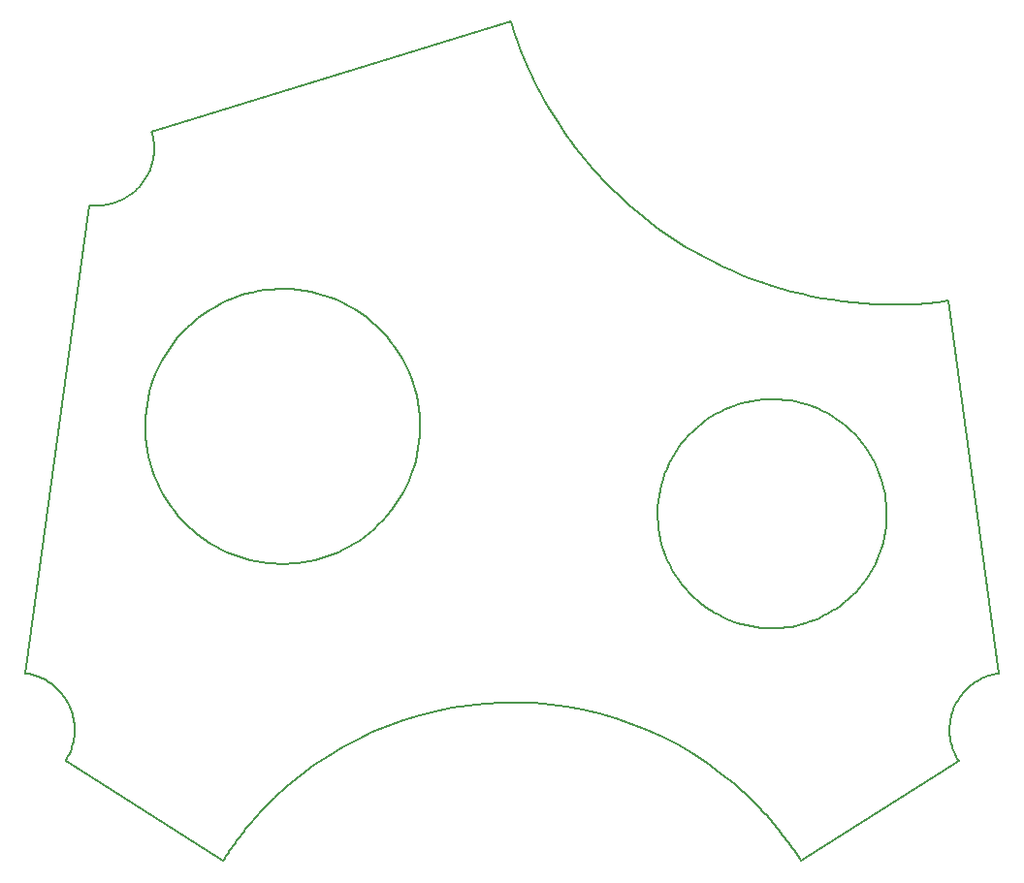
<source format=gm1>
G04 #@! TF.GenerationSoftware,KiCad,Pcbnew,5.0.2+dfsg1-1*
G04 #@! TF.CreationDate,2021-09-10T13:15:43+02:00*
G04 #@! TF.ProjectId,facet_v1,66616365-745f-4763-912e-6b696361645f,rev?*
G04 #@! TF.SameCoordinates,Original*
G04 #@! TF.FileFunction,Profile,NP*
%FSLAX46Y46*%
G04 Gerber Fmt 4.6, Leading zero omitted, Abs format (unit mm)*
G04 Created by KiCad (PCBNEW 5.0.2+dfsg1-1) date Fri 10 Sep 2021 01:15:43 PM CEST*
%MOMM*%
%LPD*%
G01*
G04 APERTURE LIST*
%ADD10C,0.141421*%
G04 APERTURE END LIST*
D10*
X18006725Y-9922544D02*
X17610614Y-9700175D01*
X18409102Y-10125234D02*
X18006725Y-9922544D01*
X18817123Y-10308350D02*
X18409102Y-10125234D01*
X19230170Y-10471994D02*
X18817123Y-10308350D01*
X19647621Y-10616273D02*
X19230170Y-10471994D01*
X20068857Y-10741288D02*
X19647621Y-10616273D01*
X20493259Y-10847144D02*
X20068857Y-10741288D01*
X20920204Y-10933946D02*
X20493259Y-10847144D01*
X21349074Y-11001796D02*
X20920204Y-10933946D01*
X21779249Y-11050799D02*
X21349074Y-11001796D01*
X22210108Y-11081059D02*
X21779249Y-11050799D01*
X22641031Y-11092679D02*
X22210108Y-11081059D01*
X23071399Y-11085764D02*
X22641031Y-11092679D01*
X23500590Y-11060418D02*
X23071399Y-11085764D01*
X23927985Y-11016743D02*
X23500590Y-11060418D01*
X24352965Y-10954845D02*
X23927985Y-11016743D01*
X24774907Y-10874827D02*
X24352965Y-10954845D01*
X25193194Y-10776793D02*
X24774907Y-10874827D01*
X25607204Y-10660847D02*
X25193194Y-10776793D01*
X26016317Y-10527093D02*
X25607204Y-10660847D01*
X26419914Y-10375635D02*
X26016317Y-10527093D01*
X26817374Y-10206577D02*
X26419914Y-10375635D01*
X27208077Y-10020022D02*
X26817374Y-10206577D01*
X27591403Y-9816074D02*
X27208077Y-10020022D01*
X27966732Y-9594838D02*
X27591403Y-9816074D01*
X28333444Y-9356418D02*
X27966732Y-9594838D01*
X28690918Y-9100916D02*
X28333444Y-9356418D01*
X29038536Y-8828438D02*
X28690918Y-9100916D01*
X29375675Y-8539087D02*
X29038536Y-8828438D01*
X29701717Y-8232967D02*
X29375675Y-8539087D01*
X30016041Y-7910182D02*
X29701717Y-8232967D01*
X30318028Y-7570835D02*
X30016041Y-7910182D01*
X30641524Y-7170394D02*
X30318028Y-7570835D01*
X30941136Y-6758509D02*
X30641524Y-7170394D01*
X31216936Y-6336066D02*
X30941136Y-6758509D01*
X31468997Y-5903952D02*
X31216936Y-6336066D01*
X31697389Y-5463051D02*
X31468997Y-5903952D01*
X31902184Y-5014250D02*
X31697389Y-5463051D01*
X32083453Y-4558434D02*
X31902184Y-5014250D01*
X32241269Y-4096490D02*
X32083453Y-4558434D01*
X32375703Y-3629303D02*
X32241269Y-4096490D01*
X32486826Y-3157759D02*
X32375703Y-3629303D01*
X32574710Y-2682743D02*
X32486826Y-3157759D01*
X32639426Y-2205141D02*
X32574710Y-2682743D01*
X32681047Y-1725840D02*
X32639426Y-2205141D01*
X32699643Y-1245725D02*
X32681047Y-1725840D01*
X32695287Y-765681D02*
X32699643Y-1245725D01*
X32668050Y-286595D02*
X32695287Y-765681D01*
X32618003Y190648D02*
X32668050Y-286595D01*
X32545218Y665161D02*
X32618003Y190648D01*
X32449767Y1136060D02*
X32545218Y665161D01*
X32331721Y1602458D02*
X32449767Y1136060D01*
X32191151Y2063470D02*
X32331721Y1602458D01*
X32028131Y2518209D02*
X32191151Y2063470D01*
X31842730Y2965790D02*
X32028131Y2518209D01*
X31635021Y3405328D02*
X31842730Y2965790D01*
X31405075Y3835936D02*
X31635021Y3405328D01*
X31152963Y4256728D02*
X31405075Y3835936D01*
X30878758Y4666820D02*
X31152963Y4256728D01*
X30582531Y5065324D02*
X30878758Y4666820D01*
X30264353Y5451355D02*
X30582531Y5065324D01*
X29924297Y5824029D02*
X30264353Y5451355D01*
X29562433Y6182457D02*
X29924297Y5824029D01*
X29178833Y6525756D02*
X29562433Y6182457D01*
X28778392Y6849218D02*
X29178833Y6525756D01*
X28366509Y7148799D02*
X28778392Y6849218D01*
X27944070Y7424569D02*
X28366509Y7148799D01*
X27511961Y7676601D02*
X27944070Y7424569D01*
X27071067Y7904965D02*
X27511961Y7676601D01*
X26622275Y8109735D02*
X27071067Y7904965D01*
X26166469Y8290980D02*
X26622275Y8109735D01*
X25704536Y8448773D02*
X26166469Y8290980D01*
X25237361Y8583186D02*
X25704536Y8448773D01*
X24765830Y8694289D02*
X25237361Y8583186D01*
X24290828Y8782155D02*
X24765830Y8694289D01*
X23813242Y8846855D02*
X24290828Y8782155D01*
X23333956Y8888461D02*
X23813242Y8846855D01*
X22853857Y8907044D02*
X23333956Y8888461D01*
X22373831Y8902676D02*
X22853857Y8907044D01*
X21894762Y8875429D02*
X22373831Y8902676D01*
X21417537Y8825373D02*
X21894762Y8875429D01*
X20943042Y8752582D02*
X21417537Y8825373D01*
X20472162Y8657126D02*
X20943042Y8752582D01*
X20005782Y8539076D02*
X20472162Y8657126D01*
X19544789Y8398505D02*
X20005782Y8539076D01*
X19090068Y8235485D02*
X19544789Y8398505D01*
X18642505Y8050085D02*
X19090068Y8235485D01*
X18202985Y7842380D02*
X18642505Y8050085D01*
X17772395Y7612439D02*
X18202985Y7842380D01*
X17351619Y7360334D02*
X17772395Y7612439D01*
X16941544Y7086138D02*
X17351619Y7360334D01*
X16543055Y6789921D02*
X16941544Y7086138D01*
X16157039Y6471756D02*
X16543055Y6789921D01*
X15784380Y6131713D02*
X16157039Y6471756D01*
X15425964Y5769865D02*
X15784380Y6131713D01*
X15082677Y5386283D02*
X15425964Y5769865D01*
X14759221Y4985856D02*
X15082677Y5386283D01*
X14459646Y4573989D02*
X14759221Y4985856D01*
X14183879Y4151565D02*
X14459646Y4573989D01*
X13931849Y3719472D02*
X14183879Y4151565D01*
X13703485Y3278594D02*
X13931849Y3719472D01*
X13498715Y2829817D02*
X13703485Y3278594D01*
X13317467Y2374027D02*
X13498715Y2829817D01*
X13159669Y1912109D02*
X13317467Y2374027D01*
X13025251Y1444949D02*
X13159669Y1912109D01*
X12914141Y973433D02*
X13025251Y1444949D01*
X12826267Y498447D02*
X12914141Y973433D01*
X12761557Y20875D02*
X12826267Y498447D01*
X12719941Y-458397D02*
X12761557Y20875D01*
X12701345Y-938482D02*
X12719941Y-458397D01*
X12705700Y-1418496D02*
X12701345Y-938482D01*
X12732933Y-1897552D02*
X12705700Y-1418496D01*
X12782973Y-2374766D02*
X12732933Y-1897552D01*
X12855748Y-2849251D02*
X12782973Y-2374766D01*
X12951186Y-3320121D02*
X12855748Y-2849251D01*
X13069217Y-3786492D02*
X12951186Y-3320121D01*
X13209768Y-4247478D02*
X13069217Y-3786492D01*
X13372768Y-4702192D02*
X13209768Y-4247478D01*
X13558145Y-5149750D02*
X13372768Y-4702192D01*
X13765828Y-5589266D02*
X13558145Y-5149750D01*
X13995745Y-6019854D02*
X13765828Y-5589266D01*
X14247825Y-6440628D02*
X13995745Y-6019854D01*
X14521996Y-6850703D02*
X14247825Y-6440628D01*
X14818187Y-7249194D02*
X14521996Y-6850703D01*
X15136326Y-7635214D02*
X14818187Y-7249194D01*
X15476341Y-8007879D02*
X15136326Y-7635214D01*
X15838161Y-8366301D02*
X15476341Y-8007879D01*
X16221714Y-8709597D02*
X15838161Y-8366301D01*
X16262480Y-8744098D02*
X16221714Y-8709597D01*
X16303425Y-8778377D02*
X16262480Y-8744098D01*
X16344549Y-8812433D02*
X16303425Y-8778377D01*
X16385851Y-8846266D02*
X16344549Y-8812433D01*
X16427330Y-8879874D02*
X16385851Y-8846266D01*
X16468984Y-8913257D02*
X16427330Y-8879874D01*
X16510813Y-8946414D02*
X16468984Y-8913257D01*
X16552817Y-8979345D02*
X16510813Y-8946414D01*
X16594993Y-9012050D02*
X16552817Y-8979345D01*
X16637341Y-9044527D02*
X16594993Y-9012050D01*
X16679860Y-9076776D02*
X16637341Y-9044527D01*
X16722549Y-9108796D02*
X16679860Y-9076776D01*
X16765408Y-9140587D02*
X16722549Y-9108796D01*
X16808435Y-9172147D02*
X16765408Y-9140587D01*
X16851629Y-9203477D02*
X16808435Y-9172147D01*
X16894990Y-9234576D02*
X16851629Y-9203477D01*
X16938516Y-9265443D02*
X16894990Y-9234576D01*
X16982206Y-9296077D02*
X16938516Y-9265443D01*
X17026060Y-9326478D02*
X16982206Y-9296077D01*
X17070077Y-9356645D02*
X17026060Y-9326478D01*
X17114255Y-9386577D02*
X17070077Y-9356645D01*
X17158594Y-9416275D02*
X17114255Y-9386577D01*
X17203092Y-9445736D02*
X17158594Y-9416275D01*
X17247750Y-9474961D02*
X17203092Y-9445736D01*
X17292565Y-9503949D02*
X17247750Y-9474961D01*
X17337538Y-9532700D02*
X17292565Y-9503949D01*
X17382666Y-9561212D02*
X17337538Y-9532700D01*
X17427949Y-9589485D02*
X17382666Y-9561212D01*
X17473387Y-9617519D02*
X17427949Y-9589485D01*
X17518977Y-9645312D02*
X17473387Y-9617519D01*
X17564720Y-9672864D02*
X17518977Y-9645312D01*
X17610614Y-9700175D02*
X17564720Y-9672864D01*
X-25860386Y-3956243D02*
X-26329821Y-3680939D01*
X-25382210Y-4208217D02*
X-25860386Y-3956243D01*
X-24896082Y-4436926D02*
X-25382210Y-4208217D01*
X-24402794Y-4642433D02*
X-24896082Y-4436926D01*
X-23903137Y-4824801D02*
X-24402794Y-4642433D01*
X-23397902Y-4984096D02*
X-23903137Y-4824801D01*
X-22887881Y-5120381D02*
X-23397902Y-4984096D01*
X-22373865Y-5233719D02*
X-22887881Y-5120381D01*
X-21856644Y-5324174D02*
X-22373865Y-5233719D01*
X-21337011Y-5391811D02*
X-21856644Y-5324174D01*
X-20815755Y-5436694D02*
X-21337011Y-5391811D01*
X-20293669Y-5458885D02*
X-20815755Y-5436694D01*
X-19771543Y-5458449D02*
X-20293669Y-5458885D01*
X-19250169Y-5435450D02*
X-19771543Y-5458449D01*
X-18730338Y-5389952D02*
X-19250169Y-5435450D01*
X-18212840Y-5322018D02*
X-18730338Y-5389952D01*
X-17698468Y-5231713D02*
X-18212840Y-5322018D01*
X-17188012Y-5119099D02*
X-17698468Y-5231713D01*
X-16682263Y-4984242D02*
X-17188012Y-5119099D01*
X-16182012Y-4827205D02*
X-16682263Y-4984242D01*
X-15688052Y-4648052D02*
X-16182012Y-4827205D01*
X-15201172Y-4446847D02*
X-15688052Y-4648052D01*
X-14722164Y-4223653D02*
X-15201172Y-4446847D01*
X-14251820Y-3978534D02*
X-14722164Y-4223653D01*
X-13790930Y-3711555D02*
X-14251820Y-3978534D01*
X-13340285Y-3422779D02*
X-13790930Y-3711555D01*
X-12900677Y-3112270D02*
X-13340285Y-3422779D01*
X-12472897Y-2780092D02*
X-12900677Y-3112270D01*
X-12057735Y-2426308D02*
X-12472897Y-2780092D01*
X-11655984Y-2050983D02*
X-12057735Y-2426308D01*
X-11268434Y-1654181D02*
X-11655984Y-2050983D01*
X-10895877Y-1235965D02*
X-11268434Y-1654181D01*
X-10507693Y-755431D02*
X-10895877Y-1235965D01*
X-10148171Y-261167D02*
X-10507693Y-755431D01*
X-9817223Y245766D02*
X-10148171Y-261167D01*
X-9514763Y764303D02*
X-9817223Y245766D01*
X-9240707Y1293383D02*
X-9514763Y764303D01*
X-8994967Y1831941D02*
X-9240707Y1293383D01*
X-8777459Y2378916D02*
X-8994967Y1831941D01*
X-8588095Y2933245D02*
X-8777459Y2378916D01*
X-8426790Y3493864D02*
X-8588095Y2933245D01*
X-8293459Y4059711D02*
X-8426790Y3493864D01*
X-8188014Y4629722D02*
X-8293459Y4059711D01*
X-8110370Y5202836D02*
X-8188014Y4629722D01*
X-8060441Y5777989D02*
X-8110370Y5202836D01*
X-8038142Y6354118D02*
X-8060441Y5777989D01*
X-8043385Y6930160D02*
X-8038142Y6354118D01*
X-8076086Y7505053D02*
X-8043385Y6930160D01*
X-8136157Y8077734D02*
X-8076086Y7505053D01*
X-8223514Y8647139D02*
X-8136157Y8077734D01*
X-8338070Y9212207D02*
X-8223514Y8647139D01*
X-8479739Y9771873D02*
X-8338070Y9212207D01*
X-8648436Y10325075D02*
X-8479739Y9771873D01*
X-8844074Y10870751D02*
X-8648436Y10325075D01*
X-9066567Y11407837D02*
X-8844074Y10870751D01*
X-9315829Y11935271D02*
X-9066567Y11407837D01*
X-9591775Y12451990D02*
X-9315829Y11935271D01*
X-9894318Y12956930D02*
X-9591775Y12451990D01*
X-10223373Y13449029D02*
X-9894318Y12956930D01*
X-10578852Y13927224D02*
X-10223373Y13449029D01*
X-10960672Y14390453D02*
X-10578852Y13927224D01*
X-11368745Y14837652D02*
X-10960672Y14390453D01*
X-11802985Y15267758D02*
X-11368745Y14837652D01*
X-12263307Y15679709D02*
X-11802985Y15267758D01*
X-12743842Y16067894D02*
X-12263307Y15679709D01*
X-13238110Y16427419D02*
X-12743842Y16067894D01*
X-13745048Y16758371D02*
X-13238110Y16427419D01*
X-14263594Y17060835D02*
X-13745048Y16758371D01*
X-14792683Y17334898D02*
X-14263594Y17060835D01*
X-15331253Y17580645D02*
X-14792683Y17334898D01*
X-15878241Y17798162D02*
X-15331253Y17580645D01*
X-16432584Y17987535D02*
X-15878241Y17798162D01*
X-16993219Y18148850D02*
X-16432584Y17987535D01*
X-17559083Y18282193D02*
X-16993219Y18148850D01*
X-18129113Y18387649D02*
X-17559083Y18282193D01*
X-18702245Y18465305D02*
X-18129113Y18387649D01*
X-19277418Y18515246D02*
X-18702245Y18465305D01*
X-19853567Y18537558D02*
X-19277418Y18515246D01*
X-20429630Y18532328D02*
X-19853567Y18537558D01*
X-21004543Y18499640D02*
X-20429630Y18532328D01*
X-21577244Y18439582D02*
X-21004543Y18499640D01*
X-22146670Y18352238D02*
X-21577244Y18439582D01*
X-22711757Y18237694D02*
X-22146670Y18352238D01*
X-23271443Y18096037D02*
X-22711757Y18237694D01*
X-23824665Y17927353D02*
X-23271443Y18096037D01*
X-24370359Y17731726D02*
X-23824665Y17927353D01*
X-24907462Y17509244D02*
X-24370359Y17731726D01*
X-25434912Y17259992D02*
X-24907462Y17509244D01*
X-25951646Y16984055D02*
X-25434912Y17259992D01*
X-26456599Y16681521D02*
X-25951646Y16984055D01*
X-26948711Y16352473D02*
X-26456599Y16681521D01*
X-27426916Y15997000D02*
X-26948711Y16352473D01*
X-27890153Y15615185D02*
X-27426916Y15997000D01*
X-28337358Y15207116D02*
X-27890153Y15615185D01*
X-28767468Y14772878D02*
X-28337358Y15207116D01*
X-29179421Y14312557D02*
X-28767468Y14772878D01*
X-29567541Y13832020D02*
X-29179421Y14312557D01*
X-29927004Y13337756D02*
X-29567541Y13832020D01*
X-30257894Y12830828D02*
X-29927004Y13337756D01*
X-30560299Y12312298D02*
X-30257894Y12830828D01*
X-30834304Y11783230D02*
X-30560299Y12312298D01*
X-31079996Y11244686D02*
X-30834304Y11783230D01*
X-31297459Y10697729D02*
X-31079996Y11244686D01*
X-31486780Y10143421D02*
X-31297459Y10697729D01*
X-31648046Y9582825D02*
X-31486780Y10143421D01*
X-31781341Y9017004D02*
X-31648046Y9582825D01*
X-31886753Y8447020D02*
X-31781341Y9017004D01*
X-31964366Y7873936D02*
X-31886753Y8447020D01*
X-32014267Y7298815D02*
X-31964366Y7873936D01*
X-32036542Y6722719D02*
X-32014267Y7298815D01*
X-32031277Y6146711D02*
X-32036542Y6722719D01*
X-31998558Y5571854D02*
X-32031277Y6146711D01*
X-31938471Y4999209D02*
X-31998558Y5571854D01*
X-31851101Y4429841D02*
X-31938471Y4999209D01*
X-31736535Y3864812D02*
X-31851101Y4429841D01*
X-31594858Y3305183D02*
X-31736535Y3864812D01*
X-31426158Y2752019D02*
X-31594858Y3305183D01*
X-31230519Y2206381D02*
X-31426158Y2752019D01*
X-31008027Y1669333D02*
X-31230519Y2206381D01*
X-30758769Y1141936D02*
X-31008027Y1669333D01*
X-30482831Y625254D02*
X-30758769Y1141936D01*
X-30180298Y120349D02*
X-30482831Y625254D01*
X-29851256Y-371716D02*
X-30180298Y120349D01*
X-29495792Y-849878D02*
X-29851256Y-371716D01*
X-29113991Y-1313075D02*
X-29495792Y-849878D01*
X-28705940Y-1760245D02*
X-29113991Y-1313075D01*
X-28271724Y-2190323D02*
X-28705940Y-1760245D01*
X-27811429Y-2602249D02*
X-28271724Y-2190323D01*
X-27766994Y-2639859D02*
X-27811429Y-2602249D01*
X-27722430Y-2677216D02*
X-27766994Y-2639859D01*
X-27677737Y-2714322D02*
X-27722430Y-2677216D01*
X-27632918Y-2751175D02*
X-27677737Y-2714322D01*
X-27587972Y-2787777D02*
X-27632918Y-2751175D01*
X-27542900Y-2824126D02*
X-27587972Y-2787777D01*
X-27497704Y-2860224D02*
X-27542900Y-2824126D01*
X-27452384Y-2896070D02*
X-27497704Y-2860224D01*
X-27406942Y-2931665D02*
X-27452384Y-2896070D01*
X-27361377Y-2967007D02*
X-27406942Y-2931665D01*
X-27315691Y-3002098D02*
X-27361377Y-2967007D01*
X-27269884Y-3036937D02*
X-27315691Y-3002098D01*
X-27223958Y-3071525D02*
X-27269884Y-3036937D01*
X-27177914Y-3105861D02*
X-27223958Y-3071525D01*
X-27131751Y-3139946D02*
X-27177914Y-3105861D01*
X-27085472Y-3173779D02*
X-27131751Y-3139946D01*
X-27039077Y-3207360D02*
X-27085472Y-3173779D01*
X-26992567Y-3240691D02*
X-27039077Y-3207360D01*
X-26945943Y-3273769D02*
X-26992567Y-3240691D01*
X-26899205Y-3306597D02*
X-26945943Y-3273769D01*
X-26852354Y-3339173D02*
X-26899205Y-3306597D01*
X-26805392Y-3371498D02*
X-26852354Y-3339173D01*
X-26758319Y-3403572D02*
X-26805392Y-3371498D01*
X-26711137Y-3435395D02*
X-26758319Y-3403572D01*
X-26663845Y-3466966D02*
X-26711137Y-3435395D01*
X-26616445Y-3498287D02*
X-26663845Y-3466966D01*
X-26568937Y-3529356D02*
X-26616445Y-3498287D01*
X-26521324Y-3560175D02*
X-26568937Y-3529356D01*
X-26473604Y-3590742D02*
X-26521324Y-3560175D01*
X-26425780Y-3621059D02*
X-26473604Y-3590742D01*
X-26377852Y-3651124D02*
X-26425780Y-3621059D01*
X-26329821Y-3680939D02*
X-26377852Y-3651124D01*
X-38983242Y-22655249D02*
X-25247976Y-31438372D01*
X-38862223Y-22456064D02*
X-38983242Y-22655249D01*
X-38751465Y-22253286D02*
X-38862223Y-22456064D01*
X-38650916Y-22047249D02*
X-38751465Y-22253286D01*
X-38560527Y-21838289D02*
X-38650916Y-22047249D01*
X-38480249Y-21626738D02*
X-38560527Y-21838289D01*
X-38410031Y-21412931D02*
X-38480249Y-21626738D01*
X-38349824Y-21197201D02*
X-38410031Y-21412931D01*
X-38299578Y-20979884D02*
X-38349824Y-21197201D01*
X-38259242Y-20761312D02*
X-38299578Y-20979884D01*
X-38228767Y-20541820D02*
X-38259242Y-20761312D01*
X-38208104Y-20321742D02*
X-38228767Y-20541820D01*
X-38197202Y-20101412D02*
X-38208104Y-20321742D01*
X-38196011Y-19881164D02*
X-38197202Y-20101412D01*
X-38204482Y-19661332D02*
X-38196011Y-19881164D01*
X-38222565Y-19442250D02*
X-38204482Y-19661332D01*
X-38250210Y-19224252D02*
X-38222565Y-19442250D01*
X-38287367Y-19007673D02*
X-38250210Y-19224252D01*
X-38333986Y-18792845D02*
X-38287367Y-19007673D01*
X-38390017Y-18580104D02*
X-38333986Y-18792845D01*
X-38455411Y-18369782D02*
X-38390017Y-18580104D01*
X-38530118Y-18162215D02*
X-38455411Y-18369782D01*
X-38614087Y-17957737D02*
X-38530118Y-18162215D01*
X-38707270Y-17756680D02*
X-38614087Y-17957737D01*
X-38809616Y-17559381D02*
X-38707270Y-17756680D01*
X-38921074Y-17366171D02*
X-38809616Y-17559381D01*
X-39041597Y-17177386D02*
X-38921074Y-17366171D01*
X-39171133Y-16993359D02*
X-39041597Y-17177386D01*
X-39309632Y-16814425D02*
X-39171133Y-16993359D01*
X-39457046Y-16640917D02*
X-39309632Y-16814425D01*
X-39613323Y-16473170D02*
X-39457046Y-16640917D01*
X-39778415Y-16311518D02*
X-39613323Y-16473170D01*
X-39952271Y-16156294D02*
X-39778415Y-16311518D01*
X-40020978Y-16099140D02*
X-39952271Y-16156294D01*
X-40090609Y-16043291D02*
X-40020978Y-16099140D01*
X-40161146Y-15988755D02*
X-40090609Y-16043291D01*
X-40232567Y-15935541D02*
X-40161146Y-15988755D01*
X-40304856Y-15883657D02*
X-40232567Y-15935541D01*
X-40377992Y-15833111D02*
X-40304856Y-15883657D01*
X-40451957Y-15783913D02*
X-40377992Y-15833111D01*
X-40526730Y-15736071D02*
X-40451957Y-15783913D01*
X-40602294Y-15689592D02*
X-40526730Y-15736071D01*
X-40678629Y-15644487D02*
X-40602294Y-15689592D01*
X-40755716Y-15600762D02*
X-40678629Y-15644487D01*
X-40833535Y-15558427D02*
X-40755716Y-15600762D01*
X-40912068Y-15517491D02*
X-40833535Y-15558427D01*
X-40991296Y-15477961D02*
X-40912068Y-15517491D01*
X-41071199Y-15439846D02*
X-40991296Y-15477961D01*
X-41151758Y-15403155D02*
X-41071199Y-15439846D01*
X-41232954Y-15367896D02*
X-41151758Y-15403155D01*
X-41314768Y-15334078D02*
X-41232954Y-15367896D01*
X-41397181Y-15301709D02*
X-41314768Y-15334078D01*
X-41480173Y-15270797D02*
X-41397181Y-15301709D01*
X-41563726Y-15241352D02*
X-41480173Y-15270797D01*
X-41647821Y-15213381D02*
X-41563726Y-15241352D01*
X-41732438Y-15186893D02*
X-41647821Y-15213381D01*
X-41817557Y-15161897D02*
X-41732438Y-15186893D01*
X-41903161Y-15138401D02*
X-41817557Y-15161897D01*
X-41989230Y-15116414D02*
X-41903161Y-15138401D01*
X-42075744Y-15095944D02*
X-41989230Y-15116414D01*
X-42162685Y-15076999D02*
X-42075744Y-15095944D01*
X-42250034Y-15059589D02*
X-42162685Y-15076999D01*
X-42337771Y-15043721D02*
X-42250034Y-15059589D01*
X-42425877Y-15029404D02*
X-42337771Y-15043721D01*
X-42514333Y-15016647D02*
X-42425877Y-15029404D01*
X-36924094Y25877857D02*
X-42514333Y-15016647D01*
X-36765773Y25858682D02*
X-36924094Y25877857D01*
X-36607549Y25844601D02*
X-36765773Y25858682D01*
X-36449528Y25835572D02*
X-36607549Y25844601D01*
X-36291818Y25831555D02*
X-36449528Y25835572D01*
X-36134527Y25832510D02*
X-36291818Y25831555D01*
X-35977761Y25838394D02*
X-36134527Y25832510D01*
X-35821630Y25849167D02*
X-35977761Y25838394D01*
X-35666239Y25864789D02*
X-35821630Y25849167D01*
X-35511696Y25885218D02*
X-35666239Y25864789D01*
X-35358110Y25910414D02*
X-35511696Y25885218D01*
X-35205587Y25940335D02*
X-35358110Y25910414D01*
X-35054234Y25974941D02*
X-35205587Y25940335D01*
X-34904160Y26014190D02*
X-35054234Y25974941D01*
X-34755472Y26058043D02*
X-34904160Y26014190D01*
X-34608277Y26106458D02*
X-34755472Y26058043D01*
X-34462683Y26159394D02*
X-34608277Y26106458D01*
X-34318797Y26216810D02*
X-34462683Y26159394D01*
X-34176727Y26278665D02*
X-34318797Y26216810D01*
X-34036581Y26344919D02*
X-34176727Y26278665D01*
X-33898464Y26415531D02*
X-34036581Y26344919D01*
X-33762486Y26490459D02*
X-33898464Y26415531D01*
X-33628754Y26569663D02*
X-33762486Y26490459D01*
X-33497375Y26653102D02*
X-33628754Y26569663D01*
X-33368456Y26740735D02*
X-33497375Y26653102D01*
X-33242106Y26832521D02*
X-33368456Y26740735D01*
X-33118431Y26928419D02*
X-33242106Y26832521D01*
X-32997539Y27028389D02*
X-33118431Y26928419D01*
X-32879538Y27132389D02*
X-32997539Y27028389D01*
X-32764534Y27240378D02*
X-32879538Y27132389D01*
X-32652636Y27352317D02*
X-32764534Y27240378D01*
X-32543952Y27468163D02*
X-32652636Y27352317D01*
X-32438587Y27587876D02*
X-32543952Y27468163D01*
X-32337197Y27711033D02*
X-32438587Y27587876D01*
X-32240154Y27836850D02*
X-32337197Y27711033D01*
X-32147483Y27965215D02*
X-32240154Y27836850D01*
X-32059207Y28096014D02*
X-32147483Y27965215D01*
X-31975349Y28229136D02*
X-32059207Y28096014D01*
X-31895932Y28364468D02*
X-31975349Y28229136D01*
X-31820980Y28501897D02*
X-31895932Y28364468D01*
X-31750516Y28641310D02*
X-31820980Y28501897D01*
X-31684564Y28782596D02*
X-31750516Y28641310D01*
X-31623146Y28925640D02*
X-31684564Y28782596D01*
X-31566286Y29070332D02*
X-31623146Y28925640D01*
X-31514008Y29216558D02*
X-31566286Y29070332D01*
X-31466334Y29364205D02*
X-31514008Y29216558D01*
X-31423288Y29513161D02*
X-31466334Y29364205D01*
X-31384894Y29663313D02*
X-31423288Y29513161D01*
X-31351175Y29814549D02*
X-31384894Y29663313D01*
X-31322154Y29966757D02*
X-31351175Y29814549D01*
X-31297855Y30119822D02*
X-31322154Y29966757D01*
X-31278300Y30273634D02*
X-31297855Y30119822D01*
X-31263513Y30428079D02*
X-31278300Y30273634D01*
X-31253518Y30583045D02*
X-31263513Y30428079D01*
X-31248338Y30738419D02*
X-31253518Y30583045D01*
X-31247996Y30894088D02*
X-31248338Y30738419D01*
X-31252515Y31049941D02*
X-31247996Y30894088D01*
X-31261919Y31205863D02*
X-31252515Y31049941D01*
X-31276232Y31361744D02*
X-31261919Y31205863D01*
X-31295476Y31517469D02*
X-31276232Y31361744D01*
X-31319675Y31672927D02*
X-31295476Y31517469D01*
X-31348852Y31828005D02*
X-31319675Y31672927D01*
X-31383031Y31982590D02*
X-31348852Y31828005D01*
X-31422234Y32136570D02*
X-31383031Y31982590D01*
X-31466486Y32289832D02*
X-31422234Y32136570D01*
X-123211Y41889601D02*
X-31466486Y32289832D01*
X65346Y41292697D02*
X-123211Y41889601D01*
X264297Y40699975D02*
X65346Y41292697D01*
X473559Y40111561D02*
X264297Y40699975D01*
X693053Y39527576D02*
X473559Y40111561D01*
X922698Y38948145D02*
X693053Y39527576D01*
X1162412Y38373390D02*
X922698Y38948145D01*
X1412114Y37803435D02*
X1162412Y38373390D01*
X1671725Y37238403D02*
X1412114Y37803435D01*
X1941162Y36678418D02*
X1671725Y37238403D01*
X2220345Y36123603D02*
X1941162Y36678418D01*
X2509194Y35574081D02*
X2220345Y36123603D01*
X2807627Y35029976D02*
X2509194Y35574081D01*
X3115563Y34491411D02*
X2807627Y35029976D01*
X3432921Y33958509D02*
X3115563Y34491411D01*
X3759622Y33431393D02*
X3432921Y33958509D01*
X4095582Y32910188D02*
X3759622Y33431393D01*
X4440723Y32395016D02*
X4095582Y32910188D01*
X4794963Y31886001D02*
X4440723Y32395016D01*
X5158220Y31383266D02*
X4794963Y31886001D01*
X5530415Y30886934D02*
X5158220Y31383266D01*
X5911466Y30397129D02*
X5530415Y30886934D01*
X6301293Y29913973D02*
X5911466Y30397129D01*
X6699814Y29437592D02*
X6301293Y29913973D01*
X7106948Y28968107D02*
X6699814Y29437592D01*
X7522616Y28505642D02*
X7106948Y28968107D01*
X7946735Y28050320D02*
X7522616Y28505642D01*
X8379225Y27602265D02*
X7946735Y28050320D01*
X8820005Y27161601D02*
X8379225Y27602265D01*
X9268994Y26728450D02*
X8820005Y27161601D01*
X9726112Y26302935D02*
X9268994Y26728450D01*
X10191277Y25885181D02*
X9726112Y26302935D01*
X10664408Y25475310D02*
X10191277Y25885181D01*
X11382626Y24882752D02*
X10664408Y25475310D01*
X12114323Y24311024D02*
X11382626Y24882752D01*
X12859043Y23760257D02*
X12114323Y24311024D01*
X13616331Y23230584D02*
X12859043Y23760257D01*
X14385731Y22722138D02*
X13616331Y23230584D01*
X15166785Y22235051D02*
X14385731Y22722138D01*
X15959039Y21769456D02*
X15166785Y22235051D01*
X16762036Y21325485D02*
X15959039Y21769456D01*
X17575320Y20903271D02*
X16762036Y21325485D01*
X18398435Y20502947D02*
X17575320Y20903271D01*
X19230924Y20124645D02*
X18398435Y20502947D01*
X20072333Y19768497D02*
X19230924Y20124645D01*
X20922204Y19434637D02*
X20072333Y19768497D01*
X21780081Y19123196D02*
X20922204Y19434637D01*
X22645509Y18834308D02*
X21780081Y19123196D01*
X23518032Y18568105D02*
X22645509Y18834308D01*
X24397193Y18324719D02*
X23518032Y18568105D01*
X25282536Y18104283D02*
X24397193Y18324719D01*
X26173605Y17906929D02*
X25282536Y18104283D01*
X27069944Y17732791D02*
X26173605Y17906929D01*
X27971098Y17582001D02*
X27069944Y17732791D01*
X28876609Y17454691D02*
X27971098Y17582001D01*
X29786022Y17350994D02*
X28876609Y17454691D01*
X30698880Y17271042D02*
X29786022Y17350994D01*
X31614729Y17214968D02*
X30698880Y17271042D01*
X32533111Y17182904D02*
X31614729Y17214968D01*
X33453570Y17174984D02*
X32533111Y17182904D01*
X34375651Y17191339D02*
X33453570Y17174984D01*
X35298897Y17232103D02*
X34375651Y17191339D01*
X36222852Y17297408D02*
X35298897Y17232103D01*
X37147061Y17387385D02*
X36222852Y17297408D01*
X38071066Y17502169D02*
X37147061Y17387385D01*
X42514222Y-15020775D02*
X38071066Y17502169D01*
X42400233Y-15037530D02*
X42514222Y-15020775D01*
X42286892Y-15056863D02*
X42400233Y-15037530D01*
X42174237Y-15078753D02*
X42286892Y-15056863D01*
X42062307Y-15103179D02*
X42174237Y-15078753D01*
X41951141Y-15130118D02*
X42062307Y-15103179D01*
X41840778Y-15159550D02*
X41951141Y-15130118D01*
X41731258Y-15191454D02*
X41840778Y-15159550D01*
X41622619Y-15225808D02*
X41731258Y-15191454D01*
X41514900Y-15262592D02*
X41622619Y-15225808D01*
X41408141Y-15301783D02*
X41514900Y-15262592D01*
X41302380Y-15343360D02*
X41408141Y-15301783D01*
X41197656Y-15387302D02*
X41302380Y-15343360D01*
X41094008Y-15433589D02*
X41197656Y-15387302D01*
X40991476Y-15482198D02*
X41094008Y-15433589D01*
X40890098Y-15533109D02*
X40991476Y-15482198D01*
X40789913Y-15586299D02*
X40890098Y-15533109D01*
X40690960Y-15641748D02*
X40789913Y-15586299D01*
X40593279Y-15699435D02*
X40690960Y-15641748D01*
X40496909Y-15759339D02*
X40593279Y-15699435D01*
X40401887Y-15821437D02*
X40496909Y-15759339D01*
X40308254Y-15885708D02*
X40401887Y-15821437D01*
X40216048Y-15952133D02*
X40308254Y-15885708D01*
X40125309Y-16020688D02*
X40216048Y-15952133D01*
X40036075Y-16091353D02*
X40125309Y-16020688D01*
X39948385Y-16164107D02*
X40036075Y-16091353D01*
X39862279Y-16238928D02*
X39948385Y-16164107D01*
X39777795Y-16315795D02*
X39862279Y-16238928D01*
X39694973Y-16394687D02*
X39777795Y-16315795D01*
X39613851Y-16475583D02*
X39694973Y-16394687D01*
X39534468Y-16558460D02*
X39613851Y-16475583D01*
X39456864Y-16643299D02*
X39534468Y-16558460D01*
X39381077Y-16730077D02*
X39456864Y-16643299D01*
X39251506Y-16889141D02*
X39381077Y-16730077D01*
X39129326Y-17052257D02*
X39251506Y-16889141D01*
X39014553Y-17219189D02*
X39129326Y-17052257D01*
X38907204Y-17389700D02*
X39014553Y-17219189D01*
X38807294Y-17563556D02*
X38907204Y-17389700D01*
X38714839Y-17740520D02*
X38807294Y-17563556D01*
X38629855Y-17920357D02*
X38714839Y-17740520D01*
X38552359Y-18102831D02*
X38629855Y-17920357D01*
X38482366Y-18287707D02*
X38552359Y-18102831D01*
X38419893Y-18474747D02*
X38482366Y-18287707D01*
X38364955Y-18663718D02*
X38419893Y-18474747D01*
X38317568Y-18854383D02*
X38364955Y-18663718D01*
X38277749Y-19046506D02*
X38317568Y-18854383D01*
X38245513Y-19239851D02*
X38277749Y-19046506D01*
X38220877Y-19434184D02*
X38245513Y-19239851D01*
X38203856Y-19629267D02*
X38220877Y-19434184D01*
X38194466Y-19824866D02*
X38203856Y-19629267D01*
X38192724Y-20020745D02*
X38194466Y-19824866D01*
X38198646Y-20216668D02*
X38192724Y-20020745D01*
X38212247Y-20412399D02*
X38198646Y-20216668D01*
X38233544Y-20607702D02*
X38212247Y-20412399D01*
X38262552Y-20802342D02*
X38233544Y-20607702D01*
X38299287Y-20996083D02*
X38262552Y-20802342D01*
X38343767Y-21188690D02*
X38299287Y-20996083D01*
X38396006Y-21379926D02*
X38343767Y-21188690D01*
X38456020Y-21569556D02*
X38396006Y-21379926D01*
X38523827Y-21757343D02*
X38456020Y-21569556D01*
X38599440Y-21943054D02*
X38523827Y-21757343D01*
X38682878Y-22126450D02*
X38599440Y-21943054D01*
X38774155Y-22307298D02*
X38682878Y-22126450D01*
X38873288Y-22485361D02*
X38774155Y-22307298D01*
X38980293Y-22660403D02*
X38873288Y-22485361D01*
X25249605Y-31438371D02*
X38980293Y-22660403D01*
X25098992Y-31203531D02*
X25249605Y-31438371D01*
X24946254Y-30970179D02*
X25098992Y-31203531D01*
X24791401Y-30738328D02*
X24946254Y-30970179D01*
X24634446Y-30507990D02*
X24791401Y-30738328D01*
X24475400Y-30279181D02*
X24634446Y-30507990D01*
X24314275Y-30051913D02*
X24475400Y-30279181D01*
X24151082Y-29826200D02*
X24314275Y-30051913D01*
X23985834Y-29602056D02*
X24151082Y-29826200D01*
X23818541Y-29379494D02*
X23985834Y-29602056D01*
X23649216Y-29158527D02*
X23818541Y-29379494D01*
X23477871Y-28939170D02*
X23649216Y-29158527D01*
X23304517Y-28721435D02*
X23477871Y-28939170D01*
X23129166Y-28505337D02*
X23304517Y-28721435D01*
X22951829Y-28290889D02*
X23129166Y-28505337D01*
X22772518Y-28078104D02*
X22951829Y-28290889D01*
X22591245Y-27866996D02*
X22772518Y-28078104D01*
X22408022Y-27657579D02*
X22591245Y-27866996D01*
X22222860Y-27449866D02*
X22408022Y-27657579D01*
X22035771Y-27243871D02*
X22222860Y-27449866D01*
X21846767Y-27039607D02*
X22035771Y-27243871D01*
X21655860Y-26837087D02*
X21846767Y-27039607D01*
X21463060Y-26636326D02*
X21655860Y-26837087D01*
X21268381Y-26437337D02*
X21463060Y-26636326D01*
X21071833Y-26240134D02*
X21268381Y-26437337D01*
X20873428Y-26044729D02*
X21071833Y-26240134D01*
X20673178Y-25851137D02*
X20873428Y-26044729D01*
X20471095Y-25659371D02*
X20673178Y-25851137D01*
X20267190Y-25469445D02*
X20471095Y-25659371D01*
X20061475Y-25281372D02*
X20267190Y-25469445D01*
X19853962Y-25095166D02*
X20061475Y-25281372D01*
X19644662Y-24910840D02*
X19853962Y-25095166D01*
X19433588Y-24728408D02*
X19644662Y-24910840D01*
X18232266Y-23757991D02*
X19433588Y-24728408D01*
X16996616Y-22859220D02*
X18232266Y-23757991D01*
X15729297Y-22031882D02*
X16996616Y-22859220D01*
X14432965Y-21275761D02*
X15729297Y-22031882D01*
X13110278Y-20590643D02*
X14432965Y-21275761D01*
X11763893Y-19976312D02*
X13110278Y-20590643D01*
X10396467Y-19432554D02*
X11763893Y-19976312D01*
X9010657Y-18959154D02*
X10396467Y-19432554D01*
X7609120Y-18555898D02*
X9010657Y-18959154D01*
X6194513Y-18222570D02*
X7609120Y-18555898D01*
X4769494Y-17958956D02*
X6194513Y-18222570D01*
X3336720Y-17764841D02*
X4769494Y-17958956D01*
X1898848Y-17640010D02*
X3336720Y-17764841D01*
X458535Y-17584248D02*
X1898848Y-17640010D01*
X-981561Y-17597341D02*
X458535Y-17584248D01*
X-2418785Y-17679074D02*
X-981561Y-17597341D01*
X-3850477Y-17829232D02*
X-2418785Y-17679074D01*
X-5273982Y-18047600D02*
X-3850477Y-17829232D01*
X-6686642Y-18333964D02*
X-5273982Y-18047600D01*
X-8085800Y-18688108D02*
X-6686642Y-18333964D01*
X-9468799Y-19109819D02*
X-8085800Y-18688108D01*
X-10832981Y-19598880D02*
X-9468799Y-19109819D01*
X-12175689Y-20155078D02*
X-10832981Y-19598880D01*
X-13494267Y-20778197D02*
X-12175689Y-20155078D01*
X-14786057Y-21468023D02*
X-13494267Y-20778197D01*
X-16048402Y-22224341D02*
X-14786057Y-21468023D01*
X-17278644Y-23046936D02*
X-16048402Y-22224341D01*
X-18474127Y-23935594D02*
X-17278644Y-23046936D01*
X-19632193Y-24890099D02*
X-18474127Y-23935594D01*
X-20750186Y-25910237D02*
X-19632193Y-24890099D01*
X-21825447Y-26995793D02*
X-20750186Y-25910237D01*
X-22855321Y-28146552D02*
X-21825447Y-26995793D01*
X-22936776Y-28244397D02*
X-22855321Y-28146552D01*
X-23017810Y-28342579D02*
X-22936776Y-28244397D01*
X-23098423Y-28441099D02*
X-23017810Y-28342579D01*
X-23178613Y-28539953D02*
X-23098423Y-28441099D01*
X-23258379Y-28639141D02*
X-23178613Y-28539953D01*
X-23337720Y-28738662D02*
X-23258379Y-28639141D01*
X-23416635Y-28838513D02*
X-23337720Y-28738662D01*
X-23495124Y-28938694D02*
X-23416635Y-28838513D01*
X-23573184Y-29039204D02*
X-23495124Y-28938694D01*
X-23650815Y-29140040D02*
X-23573184Y-29039204D01*
X-23728016Y-29241202D02*
X-23650815Y-29140040D01*
X-23804785Y-29342688D02*
X-23728016Y-29241202D01*
X-23881122Y-29444497D02*
X-23804785Y-29342688D01*
X-23957026Y-29546627D02*
X-23881122Y-29444497D01*
X-24032496Y-29649078D02*
X-23957026Y-29546627D01*
X-24107530Y-29751847D02*
X-24032496Y-29649078D01*
X-24182127Y-29854933D02*
X-24107530Y-29751847D01*
X-24256287Y-29958335D02*
X-24182127Y-29854933D01*
X-24330007Y-30062052D02*
X-24256287Y-29958335D01*
X-24403289Y-30166082D02*
X-24330007Y-30062052D01*
X-24476129Y-30270424D02*
X-24403289Y-30166082D01*
X-24548528Y-30375076D02*
X-24476129Y-30270424D01*
X-24620483Y-30480038D02*
X-24548528Y-30375076D01*
X-24691995Y-30585307D02*
X-24620483Y-30480038D01*
X-24763061Y-30690882D02*
X-24691995Y-30585307D01*
X-24833682Y-30796763D02*
X-24763061Y-30690882D01*
X-24903855Y-30902947D02*
X-24833682Y-30796763D01*
X-24973580Y-31009433D02*
X-24903855Y-30902947D01*
X-25042856Y-31116220D02*
X-24973580Y-31009433D01*
X-25111681Y-31223306D02*
X-25042856Y-31116220D01*
X-25180055Y-31330691D02*
X-25111681Y-31223306D01*
X-25247976Y-31438372D02*
X-25180055Y-31330691D01*
M02*

</source>
